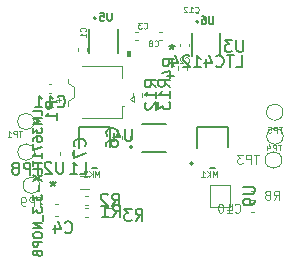
<source format=gbo>
G04 #@! TF.GenerationSoftware,KiCad,Pcbnew,5.1.12-84ad8e8a86~92~ubuntu20.04.1*
G04 #@! TF.CreationDate,2022-02-16T15:18:21-08:00*
G04 #@! TF.ProjectId,Zooids,5a6f6f69-6473-42e6-9b69-6361645f7063,rev?*
G04 #@! TF.SameCoordinates,Original*
G04 #@! TF.FileFunction,Legend,Bot*
G04 #@! TF.FilePolarity,Positive*
%FSLAX46Y46*%
G04 Gerber Fmt 4.6, Leading zero omitted, Abs format (unit mm)*
G04 Created by KiCad (PCBNEW 5.1.12-84ad8e8a86~92~ubuntu20.04.1) date 2022-02-16 15:18:21*
%MOMM*%
%LPD*%
G01*
G04 APERTURE LIST*
%ADD10C,0.075000*%
%ADD11C,0.127000*%
%ADD12C,0.200000*%
%ADD13C,0.120000*%
%ADD14C,0.100000*%
%ADD15C,0.150000*%
%ADD16C,0.070000*%
%ADD17C,0.125000*%
G04 APERTURE END LIST*
D10*
X145810476Y-94045714D02*
X145429523Y-94045714D01*
X145620000Y-94236190D02*
X145620000Y-93855238D01*
D11*
G04 #@! TO.C,MK1*
X158810000Y-99818000D02*
X158410000Y-99818000D01*
X157285000Y-96318000D02*
X159935000Y-96318000D01*
D12*
X156972500Y-99418000D02*
G75*
G03*
X156972500Y-99418000I-100000J0D01*
G01*
D11*
X159935000Y-96318000D02*
X159935000Y-98018000D01*
X157285000Y-96318000D02*
X157285000Y-98068000D01*
D13*
G04 #@! TO.C,TP8*
X143560000Y-98455000D02*
G75*
G03*
X143560000Y-98455000I-700000J0D01*
G01*
D12*
G04 #@! TO.C,U4*
X151835000Y-98025000D02*
G75*
G03*
X151835000Y-98025000I-100000J0D01*
G01*
D11*
X152630000Y-98480000D02*
X154730000Y-98480000D01*
X152630000Y-96070000D02*
X154730000Y-96070000D01*
D14*
G04 #@! TO.C,U9*
X160330000Y-103315000D02*
X159830000Y-103315000D01*
X160130000Y-101215000D02*
X158430000Y-101215000D01*
X158430000Y-103115000D02*
X158430000Y-101215000D01*
X160130000Y-103115000D02*
X160130000Y-101215000D01*
X160130000Y-103115000D02*
X158430000Y-103115000D01*
X160330000Y-103315000D02*
X160330000Y-102815000D01*
D13*
G04 #@! TO.C,R13*
X153810000Y-93738641D02*
X153810000Y-93431359D01*
X153050000Y-93738641D02*
X153050000Y-93431359D01*
G04 #@! TO.C,R12*
X152650000Y-93748641D02*
X152650000Y-93441359D01*
X151890000Y-93748641D02*
X151890000Y-93441359D01*
G04 #@! TO.C,R4*
X155750000Y-91191359D02*
X155750000Y-91498641D01*
X156510000Y-91191359D02*
X156510000Y-91498641D01*
G04 #@! TO.C,C6*
X150970000Y-97117164D02*
X150970000Y-97332836D01*
X151690000Y-97117164D02*
X151690000Y-97332836D01*
D12*
G04 #@! TO.C,U6*
X157430000Y-87425000D02*
G75*
G03*
X157430000Y-87425000I-100000J0D01*
G01*
D11*
X156870000Y-88350000D02*
X156870000Y-90350000D01*
X159290000Y-88350000D02*
X159290000Y-90350000D01*
D12*
G04 #@! TO.C,U5*
X148770000Y-87135000D02*
G75*
G03*
X148770000Y-87135000I-100000J0D01*
G01*
D11*
X148210000Y-88060000D02*
X148210000Y-90060000D01*
X150630000Y-88060000D02*
X150630000Y-90060000D01*
G04 #@! TO.C,MK2*
X148845500Y-99828000D02*
X148445500Y-99828000D01*
X147320500Y-96328000D02*
X149970500Y-96328000D01*
D12*
X147008000Y-99428000D02*
G75*
G03*
X147008000Y-99428000I-100000J0D01*
G01*
D11*
X149970500Y-96328000D02*
X149970500Y-98028000D01*
X147320500Y-96328000D02*
X147320500Y-98078000D01*
D13*
G04 #@! TO.C,L1*
X147387878Y-101605000D02*
X148187122Y-101605000D01*
X147387878Y-100485000D02*
X148187122Y-100485000D01*
G04 #@! TO.C,C12*
X157232164Y-87385000D02*
X157447836Y-87385000D01*
X157232164Y-86665000D02*
X157447836Y-86665000D01*
G04 #@! TO.C,C11*
X144782164Y-93415000D02*
X144997836Y-93415000D01*
X144782164Y-92695000D02*
X144997836Y-92695000D01*
G04 #@! TO.C,P1*
X147590000Y-95580000D02*
X150940000Y-95580000D01*
X150940000Y-95580000D02*
X150940000Y-94530000D01*
X150940000Y-94530000D02*
X151130000Y-94530000D01*
X147590000Y-91160000D02*
X150940000Y-91160000D01*
X150940000Y-91160000D02*
X150940000Y-92210000D01*
X146420000Y-94510000D02*
X146420000Y-94160000D01*
X146420000Y-94160000D02*
X146920000Y-93760000D01*
X146920000Y-93760000D02*
X146920000Y-92980000D01*
X146920000Y-92980000D02*
X146420000Y-92580000D01*
X146420000Y-92580000D02*
X146420000Y-92230000D01*
X151983553Y-94220000D02*
X151630000Y-93970000D01*
X151630000Y-93970000D02*
X151983553Y-93720000D01*
X151983553Y-93720000D02*
X151983553Y-94220000D01*
G04 #@! TO.C,TP1*
X143540000Y-95865000D02*
G75*
G03*
X143540000Y-95865000I-700000J0D01*
G01*
D14*
G04 #@! TO.C,U3*
G36*
X151432200Y-89924500D02*
G01*
X151432200Y-90305500D01*
X151686200Y-90305500D01*
X151686200Y-89924500D01*
X151432200Y-89924500D01*
G37*
X151432200Y-89924500D02*
X151432200Y-90305500D01*
X151686200Y-90305500D01*
X151686200Y-89924500D01*
X151432200Y-89924500D01*
D13*
G04 #@! TO.C,C8*
X154357836Y-88245000D02*
X154142164Y-88245000D01*
X154357836Y-88965000D02*
X154142164Y-88965000D01*
G04 #@! TO.C,C3*
X152082164Y-88965000D02*
X152297836Y-88965000D01*
X152082164Y-88245000D02*
X152297836Y-88245000D01*
G04 #@! TO.C,TP9*
X144000000Y-101265000D02*
G75*
G03*
X144000000Y-101265000I-700000J0D01*
G01*
G04 #@! TO.C,TP5*
X164610000Y-95075000D02*
G75*
G03*
X164610000Y-95075000I-700000J0D01*
G01*
G04 #@! TO.C,TP4*
X164630000Y-97105000D02*
G75*
G03*
X164630000Y-97105000I-700000J0D01*
G01*
G04 #@! TO.C,TP3*
X164500000Y-99125000D02*
G75*
G03*
X164500000Y-99125000I-700000J0D01*
G01*
G04 #@! TO.C,R8*
X161856359Y-102525000D02*
X162163641Y-102525000D01*
X161856359Y-101765000D02*
X162163641Y-101765000D01*
G04 #@! TO.C,R3*
X149756359Y-103985000D02*
X150063641Y-103985000D01*
X149756359Y-103225000D02*
X150063641Y-103225000D01*
G04 #@! TO.C,R2*
X147806359Y-102955000D02*
X148113641Y-102955000D01*
X147806359Y-102195000D02*
X148113641Y-102195000D01*
G04 #@! TO.C,R1*
X147816360Y-103985000D02*
X148123642Y-103985000D01*
X147816360Y-103225000D02*
X148123642Y-103225000D01*
G04 #@! TO.C,C1*
X147270000Y-89642164D02*
X147270000Y-89857836D01*
X147990000Y-89642164D02*
X147990000Y-89857836D01*
G04 #@! TO.C,C10*
X161902164Y-103515000D02*
X162117836Y-103515000D01*
X161902164Y-102795000D02*
X162117836Y-102795000D01*
G04 #@! TO.C,C2*
X155890000Y-89492836D02*
X155890000Y-89277164D01*
X156610000Y-89492836D02*
X156610000Y-89277164D01*
G04 #@! TO.C,C4*
X145585580Y-102835000D02*
X145304420Y-102835000D01*
X145585580Y-103855000D02*
X145304420Y-103855000D01*
G04 #@! TO.C,C7*
X146740000Y-98449420D02*
X146740000Y-98730580D01*
X145720000Y-98449420D02*
X145720000Y-98730580D01*
G04 #@! TO.C,U2*
D15*
X145991904Y-99267380D02*
X145991904Y-100076904D01*
X145944285Y-100172142D01*
X145896666Y-100219761D01*
X145801428Y-100267380D01*
X145610952Y-100267380D01*
X145515714Y-100219761D01*
X145468095Y-100172142D01*
X145420476Y-100076904D01*
X145420476Y-99267380D01*
X144991904Y-99362619D02*
X144944285Y-99315000D01*
X144849047Y-99267380D01*
X144610952Y-99267380D01*
X144515714Y-99315000D01*
X144468095Y-99362619D01*
X144420476Y-99457857D01*
X144420476Y-99553095D01*
X144468095Y-99695952D01*
X145039523Y-100267380D01*
X144420476Y-100267380D01*
X144209285Y-95345000D02*
X144209285Y-94987857D01*
X143459285Y-94987857D01*
X144209285Y-95595000D02*
X143459285Y-95595000D01*
X143995000Y-95845000D01*
X143459285Y-96095000D01*
X144209285Y-96095000D01*
X143459285Y-96380714D02*
X143459285Y-96845000D01*
X143745000Y-96595000D01*
X143745000Y-96702142D01*
X143780714Y-96773571D01*
X143816428Y-96809285D01*
X143887857Y-96845000D01*
X144066428Y-96845000D01*
X144137857Y-96809285D01*
X144173571Y-96773571D01*
X144209285Y-96702142D01*
X144209285Y-96487857D01*
X144173571Y-96416428D01*
X144137857Y-96380714D01*
X143459285Y-97487857D02*
X143459285Y-97345000D01*
X143495000Y-97273571D01*
X143530714Y-97237857D01*
X143637857Y-97166428D01*
X143780714Y-97130714D01*
X144066428Y-97130714D01*
X144137857Y-97166428D01*
X144173571Y-97202142D01*
X144209285Y-97273571D01*
X144209285Y-97416428D01*
X144173571Y-97487857D01*
X144137857Y-97523571D01*
X144066428Y-97559285D01*
X143887857Y-97559285D01*
X143816428Y-97523571D01*
X143780714Y-97487857D01*
X143745000Y-97416428D01*
X143745000Y-97273571D01*
X143780714Y-97202142D01*
X143816428Y-97166428D01*
X143887857Y-97130714D01*
X143459285Y-97809285D02*
X143459285Y-98309285D01*
X144209285Y-97987857D01*
X144209285Y-98987857D02*
X144209285Y-98559285D01*
X144209285Y-98773571D02*
X143459285Y-98773571D01*
X143566428Y-98702142D01*
X143637857Y-98630714D01*
X143673571Y-98559285D01*
X143459285Y-99202142D02*
X143459285Y-99630714D01*
X144209285Y-99416428D02*
X143459285Y-99416428D01*
X144209285Y-100237857D02*
X144209285Y-99880714D01*
X143459285Y-99880714D01*
X143459285Y-100416428D02*
X144209285Y-100916428D01*
X143459285Y-100916428D02*
X144209285Y-100416428D01*
X143923571Y-101202142D02*
X143923571Y-101773571D01*
X143459285Y-102059285D02*
X143459285Y-102523571D01*
X143745000Y-102273571D01*
X143745000Y-102380714D01*
X143780714Y-102452142D01*
X143816428Y-102487857D01*
X143887857Y-102523571D01*
X144066428Y-102523571D01*
X144137857Y-102487857D01*
X144173571Y-102452142D01*
X144209285Y-102380714D01*
X144209285Y-102166428D01*
X144173571Y-102095000D01*
X144137857Y-102059285D01*
X144137857Y-102845000D02*
X144173571Y-102880714D01*
X144209285Y-102845000D01*
X144173571Y-102809285D01*
X144137857Y-102845000D01*
X144209285Y-102845000D01*
X143459285Y-103130714D02*
X143459285Y-103595000D01*
X143745000Y-103345000D01*
X143745000Y-103452142D01*
X143780714Y-103523571D01*
X143816428Y-103559285D01*
X143887857Y-103595000D01*
X144066428Y-103595000D01*
X144137857Y-103559285D01*
X144173571Y-103523571D01*
X144209285Y-103452142D01*
X144209285Y-103237857D01*
X144173571Y-103166428D01*
X144137857Y-103130714D01*
X144280714Y-103737857D02*
X144280714Y-104309285D01*
X144209285Y-104487857D02*
X143459285Y-104487857D01*
X144209285Y-104916428D01*
X143459285Y-104916428D01*
X143459285Y-105416428D02*
X143459285Y-105559285D01*
X143495000Y-105630714D01*
X143566428Y-105702142D01*
X143709285Y-105737857D01*
X143959285Y-105737857D01*
X144102142Y-105702142D01*
X144173571Y-105630714D01*
X144209285Y-105559285D01*
X144209285Y-105416428D01*
X144173571Y-105345000D01*
X144102142Y-105273571D01*
X143959285Y-105237857D01*
X143709285Y-105237857D01*
X143566428Y-105273571D01*
X143495000Y-105345000D01*
X143459285Y-105416428D01*
X144209285Y-106059285D02*
X143459285Y-106059285D01*
X143459285Y-106345000D01*
X143495000Y-106416428D01*
X143530714Y-106452142D01*
X143602142Y-106487857D01*
X143709285Y-106487857D01*
X143780714Y-106452142D01*
X143816428Y-106416428D01*
X143852142Y-106345000D01*
X143852142Y-106059285D01*
X143816428Y-107059285D02*
X143852142Y-107166428D01*
X143887857Y-107202142D01*
X143959285Y-107237857D01*
X144066428Y-107237857D01*
X144137857Y-107202142D01*
X144173571Y-107166428D01*
X144209285Y-107095000D01*
X144209285Y-106809285D01*
X143459285Y-106809285D01*
X143459285Y-107059285D01*
X143495000Y-107130714D01*
X143530714Y-107166428D01*
X143602142Y-107202142D01*
X143673571Y-107202142D01*
X143745000Y-107166428D01*
X143780714Y-107130714D01*
X143816428Y-107059285D01*
X143816428Y-106809285D01*
X145140000Y-100877380D02*
X145140000Y-101115476D01*
X145378095Y-101020238D02*
X145140000Y-101115476D01*
X144901904Y-101020238D01*
X145282857Y-101305952D02*
X145140000Y-101115476D01*
X144997142Y-101305952D01*
G04 #@! TO.C,MK1*
D10*
X159029248Y-100561888D02*
X159029248Y-100061888D01*
X158862582Y-100419031D01*
X158695915Y-100061888D01*
X158695915Y-100561888D01*
X158457820Y-100561888D02*
X158457820Y-100061888D01*
X158172106Y-100561888D02*
X158386391Y-100276174D01*
X158172106Y-100061888D02*
X158457820Y-100347602D01*
X157695915Y-100561888D02*
X157981629Y-100561888D01*
X157838772Y-100561888D02*
X157838772Y-100061888D01*
X157886391Y-100133317D01*
X157934010Y-100180936D01*
X157981629Y-100204745D01*
G04 #@! TO.C,TP8*
D15*
X144121904Y-99355380D02*
X143550476Y-99355380D01*
X143836190Y-100355380D02*
X143836190Y-99355380D01*
X143217142Y-100355380D02*
X143217142Y-99355380D01*
X142836190Y-99355380D01*
X142740952Y-99403000D01*
X142693333Y-99450619D01*
X142645714Y-99545857D01*
X142645714Y-99688714D01*
X142693333Y-99783952D01*
X142740952Y-99831571D01*
X142836190Y-99879190D01*
X143217142Y-99879190D01*
X142074285Y-99783952D02*
X142169523Y-99736333D01*
X142217142Y-99688714D01*
X142264761Y-99593476D01*
X142264761Y-99545857D01*
X142217142Y-99450619D01*
X142169523Y-99403000D01*
X142074285Y-99355380D01*
X141883809Y-99355380D01*
X141788571Y-99403000D01*
X141740952Y-99450619D01*
X141693333Y-99545857D01*
X141693333Y-99593476D01*
X141740952Y-99688714D01*
X141788571Y-99736333D01*
X141883809Y-99783952D01*
X142074285Y-99783952D01*
X142169523Y-99831571D01*
X142217142Y-99879190D01*
X142264761Y-99974428D01*
X142264761Y-100164904D01*
X142217142Y-100260142D01*
X142169523Y-100307761D01*
X142074285Y-100355380D01*
X141883809Y-100355380D01*
X141788571Y-100307761D01*
X141740952Y-100260142D01*
X141693333Y-100164904D01*
X141693333Y-99974428D01*
X141740952Y-99879190D01*
X141788571Y-99831571D01*
X141883809Y-99783952D01*
G04 #@! TO.C,U4*
X151811904Y-96517380D02*
X151811904Y-97326904D01*
X151764285Y-97422142D01*
X151716666Y-97469761D01*
X151621428Y-97517380D01*
X151430952Y-97517380D01*
X151335714Y-97469761D01*
X151288095Y-97422142D01*
X151240476Y-97326904D01*
X151240476Y-96517380D01*
X150335714Y-96850714D02*
X150335714Y-97517380D01*
X150573809Y-96469761D02*
X150811904Y-97184047D01*
X150192857Y-97184047D01*
G04 #@! TO.C,U9*
X161232380Y-101403095D02*
X162041904Y-101403095D01*
X162137142Y-101450714D01*
X162184761Y-101498333D01*
X162232380Y-101593571D01*
X162232380Y-101784047D01*
X162184761Y-101879285D01*
X162137142Y-101926904D01*
X162041904Y-101974523D01*
X161232380Y-101974523D01*
X162232380Y-102498333D02*
X162232380Y-102688809D01*
X162184761Y-102784047D01*
X162137142Y-102831666D01*
X161994285Y-102926904D01*
X161803809Y-102974523D01*
X161422857Y-102974523D01*
X161327619Y-102926904D01*
X161280000Y-102879285D01*
X161232380Y-102784047D01*
X161232380Y-102593571D01*
X161280000Y-102498333D01*
X161327619Y-102450714D01*
X161422857Y-102403095D01*
X161660952Y-102403095D01*
X161756190Y-102450714D01*
X161803809Y-102498333D01*
X161851428Y-102593571D01*
X161851428Y-102784047D01*
X161803809Y-102879285D01*
X161756190Y-102926904D01*
X161660952Y-102974523D01*
G04 #@! TO.C,R13*
X155052380Y-92942142D02*
X154576190Y-92608809D01*
X155052380Y-92370714D02*
X154052380Y-92370714D01*
X154052380Y-92751666D01*
X154100000Y-92846904D01*
X154147619Y-92894523D01*
X154242857Y-92942142D01*
X154385714Y-92942142D01*
X154480952Y-92894523D01*
X154528571Y-92846904D01*
X154576190Y-92751666D01*
X154576190Y-92370714D01*
X155052380Y-93894523D02*
X155052380Y-93323095D01*
X155052380Y-93608809D02*
X154052380Y-93608809D01*
X154195238Y-93513571D01*
X154290476Y-93418333D01*
X154338095Y-93323095D01*
X154052380Y-94227857D02*
X154052380Y-94846904D01*
X154433333Y-94513571D01*
X154433333Y-94656428D01*
X154480952Y-94751666D01*
X154528571Y-94799285D01*
X154623809Y-94846904D01*
X154861904Y-94846904D01*
X154957142Y-94799285D01*
X155004761Y-94751666D01*
X155052380Y-94656428D01*
X155052380Y-94370714D01*
X155004761Y-94275476D01*
X154957142Y-94227857D01*
G04 #@! TO.C,R12*
X153892380Y-92952142D02*
X153416190Y-92618809D01*
X153892380Y-92380714D02*
X152892380Y-92380714D01*
X152892380Y-92761666D01*
X152940000Y-92856904D01*
X152987619Y-92904523D01*
X153082857Y-92952142D01*
X153225714Y-92952142D01*
X153320952Y-92904523D01*
X153368571Y-92856904D01*
X153416190Y-92761666D01*
X153416190Y-92380714D01*
X153892380Y-93904523D02*
X153892380Y-93333095D01*
X153892380Y-93618809D02*
X152892380Y-93618809D01*
X153035238Y-93523571D01*
X153130476Y-93428333D01*
X153178095Y-93333095D01*
X152987619Y-94285476D02*
X152940000Y-94333095D01*
X152892380Y-94428333D01*
X152892380Y-94666428D01*
X152940000Y-94761666D01*
X152987619Y-94809285D01*
X153082857Y-94856904D01*
X153178095Y-94856904D01*
X153320952Y-94809285D01*
X153892380Y-94237857D01*
X153892380Y-94856904D01*
G04 #@! TO.C,R4*
X155412380Y-91178333D02*
X154936190Y-90845000D01*
X155412380Y-90606904D02*
X154412380Y-90606904D01*
X154412380Y-90987857D01*
X154460000Y-91083095D01*
X154507619Y-91130714D01*
X154602857Y-91178333D01*
X154745714Y-91178333D01*
X154840952Y-91130714D01*
X154888571Y-91083095D01*
X154936190Y-90987857D01*
X154936190Y-90606904D01*
X154745714Y-92035476D02*
X155412380Y-92035476D01*
X154364761Y-91797380D02*
X155079047Y-91559285D01*
X155079047Y-92178333D01*
G04 #@! TO.C,C6*
X150527142Y-97058333D02*
X150574761Y-97010714D01*
X150622380Y-96867857D01*
X150622380Y-96772619D01*
X150574761Y-96629761D01*
X150479523Y-96534523D01*
X150384285Y-96486904D01*
X150193809Y-96439285D01*
X150050952Y-96439285D01*
X149860476Y-96486904D01*
X149765238Y-96534523D01*
X149670000Y-96629761D01*
X149622380Y-96772619D01*
X149622380Y-96867857D01*
X149670000Y-97010714D01*
X149717619Y-97058333D01*
X149622380Y-97915476D02*
X149622380Y-97725000D01*
X149670000Y-97629761D01*
X149717619Y-97582142D01*
X149860476Y-97486904D01*
X150050952Y-97439285D01*
X150431904Y-97439285D01*
X150527142Y-97486904D01*
X150574761Y-97534523D01*
X150622380Y-97629761D01*
X150622380Y-97820238D01*
X150574761Y-97915476D01*
X150527142Y-97963095D01*
X150431904Y-98010714D01*
X150193809Y-98010714D01*
X150098571Y-97963095D01*
X150050952Y-97915476D01*
X150003333Y-97820238D01*
X150003333Y-97629761D01*
X150050952Y-97534523D01*
X150098571Y-97486904D01*
X150193809Y-97439285D01*
G04 #@! TO.C,U6*
X158717619Y-86959523D02*
X158717619Y-87477619D01*
X158687142Y-87538571D01*
X158656666Y-87569047D01*
X158595714Y-87599523D01*
X158473809Y-87599523D01*
X158412857Y-87569047D01*
X158382380Y-87538571D01*
X158351904Y-87477619D01*
X158351904Y-86959523D01*
X157772857Y-86959523D02*
X157894761Y-86959523D01*
X157955714Y-86990000D01*
X157986190Y-87020476D01*
X158047142Y-87111904D01*
X158077619Y-87233809D01*
X158077619Y-87477619D01*
X158047142Y-87538571D01*
X158016666Y-87569047D01*
X157955714Y-87599523D01*
X157833809Y-87599523D01*
X157772857Y-87569047D01*
X157742380Y-87538571D01*
X157711904Y-87477619D01*
X157711904Y-87325238D01*
X157742380Y-87264285D01*
X157772857Y-87233809D01*
X157833809Y-87203333D01*
X157955714Y-87203333D01*
X158016666Y-87233809D01*
X158047142Y-87264285D01*
X158077619Y-87325238D01*
G04 #@! TO.C,U5*
X150097619Y-86679523D02*
X150097619Y-87197619D01*
X150067142Y-87258571D01*
X150036666Y-87289047D01*
X149975714Y-87319523D01*
X149853809Y-87319523D01*
X149792857Y-87289047D01*
X149762380Y-87258571D01*
X149731904Y-87197619D01*
X149731904Y-86679523D01*
X149122380Y-86679523D02*
X149427142Y-86679523D01*
X149457619Y-86984285D01*
X149427142Y-86953809D01*
X149366190Y-86923333D01*
X149213809Y-86923333D01*
X149152857Y-86953809D01*
X149122380Y-86984285D01*
X149091904Y-87045238D01*
X149091904Y-87197619D01*
X149122380Y-87258571D01*
X149152857Y-87289047D01*
X149213809Y-87319523D01*
X149366190Y-87319523D01*
X149427142Y-87289047D01*
X149457619Y-87258571D01*
G04 #@! TO.C,MK2*
D16*
X149064748Y-100571888D02*
X149064748Y-100071888D01*
X148898082Y-100429031D01*
X148731415Y-100071888D01*
X148731415Y-100571888D01*
X148493320Y-100571888D02*
X148493320Y-100071888D01*
X148207606Y-100571888D02*
X148421891Y-100286174D01*
X148207606Y-100071888D02*
X148493320Y-100357602D01*
X148017129Y-100119507D02*
X147993320Y-100095698D01*
X147945701Y-100071888D01*
X147826653Y-100071888D01*
X147779034Y-100095698D01*
X147755225Y-100119507D01*
X147731415Y-100167126D01*
X147731415Y-100214745D01*
X147755225Y-100286174D01*
X148040939Y-100571888D01*
X147731415Y-100571888D01*
G04 #@! TO.C,L1*
D15*
X147451666Y-100297380D02*
X147927857Y-100297380D01*
X147927857Y-99297380D01*
X146594523Y-100297380D02*
X147165952Y-100297380D01*
X146880238Y-100297380D02*
X146880238Y-99297380D01*
X146975476Y-99440238D01*
X147070714Y-99535476D01*
X147165952Y-99583095D01*
G04 #@! TO.C,C12*
D10*
X157161428Y-86583571D02*
X157185238Y-86607380D01*
X157256666Y-86631190D01*
X157304285Y-86631190D01*
X157375714Y-86607380D01*
X157423333Y-86559761D01*
X157447142Y-86512142D01*
X157470952Y-86416904D01*
X157470952Y-86345476D01*
X157447142Y-86250238D01*
X157423333Y-86202619D01*
X157375714Y-86155000D01*
X157304285Y-86131190D01*
X157256666Y-86131190D01*
X157185238Y-86155000D01*
X157161428Y-86178809D01*
X156685238Y-86631190D02*
X156970952Y-86631190D01*
X156828095Y-86631190D02*
X156828095Y-86131190D01*
X156875714Y-86202619D01*
X156923333Y-86250238D01*
X156970952Y-86274047D01*
X156494761Y-86178809D02*
X156470952Y-86155000D01*
X156423333Y-86131190D01*
X156304285Y-86131190D01*
X156256666Y-86155000D01*
X156232857Y-86178809D01*
X156209047Y-86226428D01*
X156209047Y-86274047D01*
X156232857Y-86345476D01*
X156518571Y-86631190D01*
X156209047Y-86631190D01*
G04 #@! TO.C,C11*
D15*
X145532857Y-94572142D02*
X145580476Y-94619761D01*
X145723333Y-94667380D01*
X145818571Y-94667380D01*
X145961428Y-94619761D01*
X146056666Y-94524523D01*
X146104285Y-94429285D01*
X146151904Y-94238809D01*
X146151904Y-94095952D01*
X146104285Y-93905476D01*
X146056666Y-93810238D01*
X145961428Y-93715000D01*
X145818571Y-93667380D01*
X145723333Y-93667380D01*
X145580476Y-93715000D01*
X145532857Y-93762619D01*
X144580476Y-94667380D02*
X145151904Y-94667380D01*
X144866190Y-94667380D02*
X144866190Y-93667380D01*
X144961428Y-93810238D01*
X145056666Y-93905476D01*
X145151904Y-93953095D01*
X143628095Y-94667380D02*
X144199523Y-94667380D01*
X143913809Y-94667380D02*
X143913809Y-93667380D01*
X144009047Y-93810238D01*
X144104285Y-93905476D01*
X144199523Y-93953095D01*
G04 #@! TO.C,P1*
X145502380Y-94191904D02*
X144502380Y-94191904D01*
X144502380Y-94572857D01*
X144550000Y-94668095D01*
X144597619Y-94715714D01*
X144692857Y-94763333D01*
X144835714Y-94763333D01*
X144930952Y-94715714D01*
X144978571Y-94668095D01*
X145026190Y-94572857D01*
X145026190Y-94191904D01*
X145502380Y-95715714D02*
X145502380Y-95144285D01*
X145502380Y-95430000D02*
X144502380Y-95430000D01*
X144645238Y-95334761D01*
X144740476Y-95239523D01*
X144788095Y-95144285D01*
G04 #@! TO.C,TP1*
D17*
X142510952Y-96661190D02*
X142225238Y-96661190D01*
X142368095Y-97161190D02*
X142368095Y-96661190D01*
X142058571Y-97161190D02*
X142058571Y-96661190D01*
X141868095Y-96661190D01*
X141820476Y-96685000D01*
X141796666Y-96708809D01*
X141772857Y-96756428D01*
X141772857Y-96827857D01*
X141796666Y-96875476D01*
X141820476Y-96899285D01*
X141868095Y-96923095D01*
X142058571Y-96923095D01*
X141296666Y-97161190D02*
X141582380Y-97161190D01*
X141439523Y-97161190D02*
X141439523Y-96661190D01*
X141487142Y-96732619D01*
X141534761Y-96780238D01*
X141582380Y-96804047D01*
G04 #@! TO.C,U3*
D15*
X161240204Y-88949081D02*
X161240204Y-89758605D01*
X161192585Y-89853843D01*
X161144966Y-89901462D01*
X161049728Y-89949081D01*
X160859252Y-89949081D01*
X160764014Y-89901462D01*
X160716395Y-89853843D01*
X160668776Y-89758605D01*
X160668776Y-88949081D01*
X160287823Y-88949081D02*
X159668776Y-88949081D01*
X160002109Y-89330034D01*
X159859252Y-89330034D01*
X159764014Y-89377653D01*
X159716395Y-89425272D01*
X159668776Y-89520510D01*
X159668776Y-89758605D01*
X159716395Y-89853843D01*
X159764014Y-89901462D01*
X159859252Y-89949081D01*
X160144966Y-89949081D01*
X160240204Y-89901462D01*
X160287823Y-89853843D01*
X160624490Y-91259081D02*
X161100680Y-91259081D01*
X161100680Y-90259081D01*
X160434014Y-90259081D02*
X159862585Y-90259081D01*
X160148300Y-91259081D02*
X160148300Y-90259081D01*
X158957823Y-91163843D02*
X159005442Y-91211462D01*
X159148300Y-91259081D01*
X159243538Y-91259081D01*
X159386395Y-91211462D01*
X159481633Y-91116224D01*
X159529252Y-91020986D01*
X159576871Y-90830510D01*
X159576871Y-90687653D01*
X159529252Y-90497177D01*
X159481633Y-90401939D01*
X159386395Y-90306701D01*
X159243538Y-90259081D01*
X159148300Y-90259081D01*
X159005442Y-90306701D01*
X158957823Y-90354320D01*
X158100680Y-90592415D02*
X158100680Y-91259081D01*
X158338776Y-90211462D02*
X158576871Y-90925748D01*
X157957823Y-90925748D01*
X157053061Y-91259081D02*
X157624490Y-91259081D01*
X157338776Y-91259081D02*
X157338776Y-90259081D01*
X157434014Y-90401939D01*
X157529252Y-90497177D01*
X157624490Y-90544796D01*
X156672109Y-90354320D02*
X156624490Y-90306701D01*
X156529252Y-90259081D01*
X156291157Y-90259081D01*
X156195919Y-90306701D01*
X156148300Y-90354320D01*
X156100680Y-90449558D01*
X156100680Y-90544796D01*
X156148300Y-90687653D01*
X156719728Y-91259081D01*
X156100680Y-91259081D01*
X155243538Y-90592415D02*
X155243538Y-91259081D01*
X155481633Y-90211462D02*
X155719728Y-90925748D01*
X155100680Y-90925748D01*
X155191400Y-89317381D02*
X155191400Y-89555477D01*
X155429495Y-89460239D02*
X155191400Y-89555477D01*
X154953304Y-89460239D01*
X155334257Y-89745953D02*
X155191400Y-89555477D01*
X155048542Y-89745953D01*
X155191400Y-89317381D02*
X155191400Y-89555477D01*
X155429495Y-89460239D02*
X155191400Y-89555477D01*
X154953304Y-89460239D01*
X155334257Y-89745953D02*
X155191400Y-89555477D01*
X155048542Y-89745953D01*
G04 #@! TO.C,C8*
D10*
X153743333Y-89443571D02*
X153767142Y-89467380D01*
X153838571Y-89491190D01*
X153886190Y-89491190D01*
X153957619Y-89467380D01*
X154005238Y-89419761D01*
X154029047Y-89372142D01*
X154052857Y-89276904D01*
X154052857Y-89205476D01*
X154029047Y-89110238D01*
X154005238Y-89062619D01*
X153957619Y-89015000D01*
X153886190Y-88991190D01*
X153838571Y-88991190D01*
X153767142Y-89015000D01*
X153743333Y-89038809D01*
X153457619Y-89205476D02*
X153505238Y-89181666D01*
X153529047Y-89157857D01*
X153552857Y-89110238D01*
X153552857Y-89086428D01*
X153529047Y-89038809D01*
X153505238Y-89015000D01*
X153457619Y-88991190D01*
X153362380Y-88991190D01*
X153314761Y-89015000D01*
X153290952Y-89038809D01*
X153267142Y-89086428D01*
X153267142Y-89110238D01*
X153290952Y-89157857D01*
X153314761Y-89181666D01*
X153362380Y-89205476D01*
X153457619Y-89205476D01*
X153505238Y-89229285D01*
X153529047Y-89253095D01*
X153552857Y-89300714D01*
X153552857Y-89395952D01*
X153529047Y-89443571D01*
X153505238Y-89467380D01*
X153457619Y-89491190D01*
X153362380Y-89491190D01*
X153314761Y-89467380D01*
X153290952Y-89443571D01*
X153267142Y-89395952D01*
X153267142Y-89300714D01*
X153290952Y-89253095D01*
X153314761Y-89229285D01*
X153362380Y-89205476D01*
G04 #@! TO.C,C3*
X152803333Y-87943571D02*
X152827142Y-87967380D01*
X152898571Y-87991190D01*
X152946190Y-87991190D01*
X153017619Y-87967380D01*
X153065238Y-87919761D01*
X153089047Y-87872142D01*
X153112857Y-87776904D01*
X153112857Y-87705476D01*
X153089047Y-87610238D01*
X153065238Y-87562619D01*
X153017619Y-87515000D01*
X152946190Y-87491190D01*
X152898571Y-87491190D01*
X152827142Y-87515000D01*
X152803333Y-87538809D01*
X152636666Y-87491190D02*
X152327142Y-87491190D01*
X152493809Y-87681666D01*
X152422380Y-87681666D01*
X152374761Y-87705476D01*
X152350952Y-87729285D01*
X152327142Y-87776904D01*
X152327142Y-87895952D01*
X152350952Y-87943571D01*
X152374761Y-87967380D01*
X152422380Y-87991190D01*
X152565238Y-87991190D01*
X152612857Y-87967380D01*
X152636666Y-87943571D01*
G04 #@! TO.C,TP9*
D14*
X144226428Y-102244285D02*
X143797857Y-102244285D01*
X144012142Y-102994285D02*
X144012142Y-102244285D01*
X143547857Y-102994285D02*
X143547857Y-102244285D01*
X143262142Y-102244285D01*
X143190714Y-102280000D01*
X143155000Y-102315714D01*
X143119285Y-102387142D01*
X143119285Y-102494285D01*
X143155000Y-102565714D01*
X143190714Y-102601428D01*
X143262142Y-102637142D01*
X143547857Y-102637142D01*
X142762142Y-102994285D02*
X142619285Y-102994285D01*
X142547857Y-102958571D01*
X142512142Y-102922857D01*
X142440714Y-102815714D01*
X142405000Y-102672857D01*
X142405000Y-102387142D01*
X142440714Y-102315714D01*
X142476428Y-102280000D01*
X142547857Y-102244285D01*
X142690714Y-102244285D01*
X142762142Y-102280000D01*
X142797857Y-102315714D01*
X142833571Y-102387142D01*
X142833571Y-102565714D01*
X142797857Y-102637142D01*
X142762142Y-102672857D01*
X142690714Y-102708571D01*
X142547857Y-102708571D01*
X142476428Y-102672857D01*
X142440714Y-102637142D01*
X142405000Y-102565714D01*
G04 #@! TO.C,TP5*
D17*
X164540952Y-96311190D02*
X164255238Y-96311190D01*
X164398095Y-96811190D02*
X164398095Y-96311190D01*
X164088571Y-96811190D02*
X164088571Y-96311190D01*
X163898095Y-96311190D01*
X163850476Y-96335000D01*
X163826666Y-96358809D01*
X163802857Y-96406428D01*
X163802857Y-96477857D01*
X163826666Y-96525476D01*
X163850476Y-96549285D01*
X163898095Y-96573095D01*
X164088571Y-96573095D01*
X163350476Y-96311190D02*
X163588571Y-96311190D01*
X163612380Y-96549285D01*
X163588571Y-96525476D01*
X163540952Y-96501666D01*
X163421904Y-96501666D01*
X163374285Y-96525476D01*
X163350476Y-96549285D01*
X163326666Y-96596904D01*
X163326666Y-96715952D01*
X163350476Y-96763571D01*
X163374285Y-96787380D01*
X163421904Y-96811190D01*
X163540952Y-96811190D01*
X163588571Y-96787380D01*
X163612380Y-96763571D01*
G04 #@! TO.C,TP4*
D14*
X164460952Y-97811190D02*
X164175238Y-97811190D01*
X164318095Y-98311190D02*
X164318095Y-97811190D01*
X164008571Y-98311190D02*
X164008571Y-97811190D01*
X163818095Y-97811190D01*
X163770476Y-97835000D01*
X163746666Y-97858809D01*
X163722857Y-97906428D01*
X163722857Y-97977857D01*
X163746666Y-98025476D01*
X163770476Y-98049285D01*
X163818095Y-98073095D01*
X164008571Y-98073095D01*
X163294285Y-97977857D02*
X163294285Y-98311190D01*
X163413333Y-97787380D02*
X163532380Y-98144523D01*
X163222857Y-98144523D01*
G04 #@! TO.C,TP3*
X162546428Y-98684285D02*
X162117857Y-98684285D01*
X162332142Y-99434285D02*
X162332142Y-98684285D01*
X161867857Y-99434285D02*
X161867857Y-98684285D01*
X161582142Y-98684285D01*
X161510714Y-98720000D01*
X161475000Y-98755714D01*
X161439285Y-98827142D01*
X161439285Y-98934285D01*
X161475000Y-99005714D01*
X161510714Y-99041428D01*
X161582142Y-99077142D01*
X161867857Y-99077142D01*
X161189285Y-98684285D02*
X160725000Y-98684285D01*
X160975000Y-98970000D01*
X160867857Y-98970000D01*
X160796428Y-99005714D01*
X160760714Y-99041428D01*
X160725000Y-99112857D01*
X160725000Y-99291428D01*
X160760714Y-99362857D01*
X160796428Y-99398571D01*
X160867857Y-99434285D01*
X161082142Y-99434285D01*
X161153571Y-99398571D01*
X161189285Y-99362857D01*
G04 #@! TO.C,R8*
X163825000Y-102474285D02*
X164075000Y-102117142D01*
X164253571Y-102474285D02*
X164253571Y-101724285D01*
X163967857Y-101724285D01*
X163896428Y-101760000D01*
X163860714Y-101795714D01*
X163825000Y-101867142D01*
X163825000Y-101974285D01*
X163860714Y-102045714D01*
X163896428Y-102081428D01*
X163967857Y-102117142D01*
X164253571Y-102117142D01*
X163396428Y-102045714D02*
X163467857Y-102010000D01*
X163503571Y-101974285D01*
X163539285Y-101902857D01*
X163539285Y-101867142D01*
X163503571Y-101795714D01*
X163467857Y-101760000D01*
X163396428Y-101724285D01*
X163253571Y-101724285D01*
X163182142Y-101760000D01*
X163146428Y-101795714D01*
X163110714Y-101867142D01*
X163110714Y-101902857D01*
X163146428Y-101974285D01*
X163182142Y-102010000D01*
X163253571Y-102045714D01*
X163396428Y-102045714D01*
X163467857Y-102081428D01*
X163503571Y-102117142D01*
X163539285Y-102188571D01*
X163539285Y-102331428D01*
X163503571Y-102402857D01*
X163467857Y-102438571D01*
X163396428Y-102474285D01*
X163253571Y-102474285D01*
X163182142Y-102438571D01*
X163146428Y-102402857D01*
X163110714Y-102331428D01*
X163110714Y-102188571D01*
X163146428Y-102117142D01*
X163182142Y-102081428D01*
X163253571Y-102045714D01*
G04 #@! TO.C,R3*
D15*
X152126666Y-104257380D02*
X152460000Y-103781190D01*
X152698095Y-104257380D02*
X152698095Y-103257380D01*
X152317142Y-103257380D01*
X152221904Y-103305000D01*
X152174285Y-103352619D01*
X152126666Y-103447857D01*
X152126666Y-103590714D01*
X152174285Y-103685952D01*
X152221904Y-103733571D01*
X152317142Y-103781190D01*
X152698095Y-103781190D01*
X151793333Y-103257380D02*
X151174285Y-103257380D01*
X151507619Y-103638333D01*
X151364761Y-103638333D01*
X151269523Y-103685952D01*
X151221904Y-103733571D01*
X151174285Y-103828809D01*
X151174285Y-104066904D01*
X151221904Y-104162142D01*
X151269523Y-104209761D01*
X151364761Y-104257380D01*
X151650476Y-104257380D01*
X151745714Y-104209761D01*
X151793333Y-104162142D01*
G04 #@! TO.C,R2*
X150136666Y-102977380D02*
X150470000Y-102501190D01*
X150708095Y-102977380D02*
X150708095Y-101977380D01*
X150327142Y-101977380D01*
X150231904Y-102025000D01*
X150184285Y-102072619D01*
X150136666Y-102167857D01*
X150136666Y-102310714D01*
X150184285Y-102405952D01*
X150231904Y-102453571D01*
X150327142Y-102501190D01*
X150708095Y-102501190D01*
X149755714Y-102072619D02*
X149708095Y-102025000D01*
X149612857Y-101977380D01*
X149374761Y-101977380D01*
X149279523Y-102025000D01*
X149231904Y-102072619D01*
X149184285Y-102167857D01*
X149184285Y-102263095D01*
X149231904Y-102405952D01*
X149803333Y-102977380D01*
X149184285Y-102977380D01*
G04 #@! TO.C,R1*
X150216668Y-103917380D02*
X150550002Y-103441190D01*
X150788097Y-103917380D02*
X150788097Y-102917380D01*
X150407144Y-102917380D01*
X150311906Y-102965000D01*
X150264287Y-103012619D01*
X150216668Y-103107857D01*
X150216668Y-103250714D01*
X150264287Y-103345952D01*
X150311906Y-103393571D01*
X150407144Y-103441190D01*
X150788097Y-103441190D01*
X149264287Y-103917380D02*
X149835716Y-103917380D01*
X149550002Y-103917380D02*
X149550002Y-102917380D01*
X149645240Y-103060238D01*
X149740478Y-103155476D01*
X149835716Y-103203095D01*
G04 #@! TO.C,C1*
D10*
X147868571Y-88226666D02*
X147892380Y-88202857D01*
X147916190Y-88131428D01*
X147916190Y-88083809D01*
X147892380Y-88012380D01*
X147844761Y-87964761D01*
X147797142Y-87940952D01*
X147701904Y-87917142D01*
X147630476Y-87917142D01*
X147535238Y-87940952D01*
X147487619Y-87964761D01*
X147440000Y-88012380D01*
X147416190Y-88083809D01*
X147416190Y-88131428D01*
X147440000Y-88202857D01*
X147463809Y-88226666D01*
X147916190Y-88702857D02*
X147916190Y-88417142D01*
X147916190Y-88560000D02*
X147416190Y-88560000D01*
X147487619Y-88512380D01*
X147535238Y-88464761D01*
X147559047Y-88417142D01*
G04 #@! TO.C,C10*
D14*
X160542142Y-103502857D02*
X160577857Y-103538571D01*
X160685000Y-103574285D01*
X160756428Y-103574285D01*
X160863571Y-103538571D01*
X160935000Y-103467142D01*
X160970714Y-103395714D01*
X161006428Y-103252857D01*
X161006428Y-103145714D01*
X160970714Y-103002857D01*
X160935000Y-102931428D01*
X160863571Y-102860000D01*
X160756428Y-102824285D01*
X160685000Y-102824285D01*
X160577857Y-102860000D01*
X160542142Y-102895714D01*
X159827857Y-103574285D02*
X160256428Y-103574285D01*
X160042142Y-103574285D02*
X160042142Y-102824285D01*
X160113571Y-102931428D01*
X160185000Y-103002857D01*
X160256428Y-103038571D01*
X159363571Y-102824285D02*
X159292142Y-102824285D01*
X159220714Y-102860000D01*
X159185000Y-102895714D01*
X159149285Y-102967142D01*
X159113571Y-103110000D01*
X159113571Y-103288571D01*
X159149285Y-103431428D01*
X159185000Y-103502857D01*
X159220714Y-103538571D01*
X159292142Y-103574285D01*
X159363571Y-103574285D01*
X159435000Y-103538571D01*
X159470714Y-103502857D01*
X159506428Y-103431428D01*
X159542142Y-103288571D01*
X159542142Y-103110000D01*
X159506428Y-102967142D01*
X159470714Y-102895714D01*
X159435000Y-102860000D01*
X159363571Y-102824285D01*
G04 #@! TO.C,C2*
D10*
X156323333Y-90883571D02*
X156347142Y-90907380D01*
X156418571Y-90931190D01*
X156466190Y-90931190D01*
X156537619Y-90907380D01*
X156585238Y-90859761D01*
X156609047Y-90812142D01*
X156632857Y-90716904D01*
X156632857Y-90645476D01*
X156609047Y-90550238D01*
X156585238Y-90502619D01*
X156537619Y-90455000D01*
X156466190Y-90431190D01*
X156418571Y-90431190D01*
X156347142Y-90455000D01*
X156323333Y-90478809D01*
X156132857Y-90478809D02*
X156109047Y-90455000D01*
X156061428Y-90431190D01*
X155942380Y-90431190D01*
X155894761Y-90455000D01*
X155870952Y-90478809D01*
X155847142Y-90526428D01*
X155847142Y-90574047D01*
X155870952Y-90645476D01*
X156156666Y-90931190D01*
X155847142Y-90931190D01*
G04 #@! TO.C,C4*
D15*
X146156666Y-105232142D02*
X146204285Y-105279761D01*
X146347142Y-105327380D01*
X146442380Y-105327380D01*
X146585238Y-105279761D01*
X146680476Y-105184523D01*
X146728095Y-105089285D01*
X146775714Y-104898809D01*
X146775714Y-104755952D01*
X146728095Y-104565476D01*
X146680476Y-104470238D01*
X146585238Y-104375000D01*
X146442380Y-104327380D01*
X146347142Y-104327380D01*
X146204285Y-104375000D01*
X146156666Y-104422619D01*
X145299523Y-104660714D02*
X145299523Y-105327380D01*
X145537619Y-104279761D02*
X145775714Y-104994047D01*
X145156666Y-104994047D01*
G04 #@! TO.C,C7*
X147807142Y-97948333D02*
X147854761Y-97900714D01*
X147902380Y-97757857D01*
X147902380Y-97662619D01*
X147854761Y-97519761D01*
X147759523Y-97424523D01*
X147664285Y-97376904D01*
X147473809Y-97329285D01*
X147330952Y-97329285D01*
X147140476Y-97376904D01*
X147045238Y-97424523D01*
X146950000Y-97519761D01*
X146902380Y-97662619D01*
X146902380Y-97757857D01*
X146950000Y-97900714D01*
X146997619Y-97948333D01*
X146902380Y-98281666D02*
X146902380Y-98948333D01*
X147902380Y-98519761D01*
G04 #@! TD*
M02*

</source>
